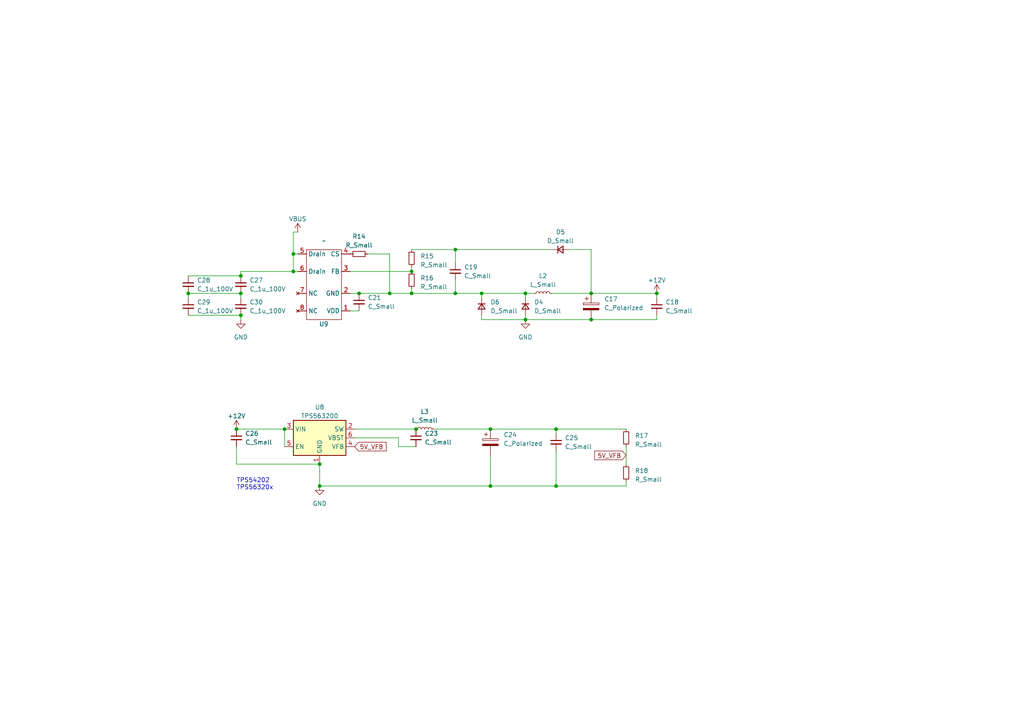
<source format=kicad_sch>
(kicad_sch (version 20230121) (generator eeschema)
  (paper "A4")
  (lib_symbols
    (symbol "Device:C_Polarized" (pin_numbers hide) (pin_names (offset 0.254))
      (property "Reference" "C" (at 0.635 2.54 0))
      (property "Value" "C_Polarized" (at 0.635 -2.54 0))
      (symbol "C_Polarized_0_1"
        (rectangle (start -2.286 0.508) (end 2.286 1.016))
        (polyline (pts (xy -1.778 2.286) (xy -0.762 2.286)))
        (polyline (pts (xy -1.27 2.794) (xy -1.27 1.778)))
        (rectangle (start 2.286 -0.508) (end -2.286 -1.016) (fill (type outline)))
      )
      (symbol "C_Polarized_1_1"
        (pin passive line (at 0 3.81 270) (length 2.794) (name "~") (number "1"))
        (pin passive line (at 0 -3.81 90) (length 2.794) (name "~") (number "2"))
      )
    )
    (symbol "Device:C_Small" (pin_numbers hide) (pin_names (offset 0.254) hide)
      (property "Reference" "C" (at 0.254 1.778 0))
      (property "Value" "C_Small" (at 0.254 -2.032 0))
      (symbol "C_Small_0_1"
        (polyline (pts (xy -1.524 -0.508) (xy 1.524 -0.508)) (stroke (width 0.3302)))
        (polyline (pts (xy -1.524 0.508) (xy 1.524 0.508)) (stroke (width 0.3048)))
      )
      (symbol "C_Small_1_1"
        (pin passive line (at 0 2.54 270) (length 2.032) (name "~") (number "1"))
        (pin passive line (at 0 -2.54 90) (length 2.032) (name "~") (number "2"))
      )
    )
    (symbol "Device:D_Small" (pin_numbers hide) (pin_names (offset 0.254) hide)
      (property "Reference" "D" (at -1.27 2.032 0))
      (property "Value" "D_Small" (at -3.81 -2.032 0))
      (symbol "D_Small_0_1"
        (polyline (pts (xy -0.762 -1.016) (xy -0.762 1.016)) (stroke (width 0.254)))
        (polyline (pts (xy -0.762 0) (xy 0.762 0)))
        (polyline (pts (xy 0.762 -1.016) (xy -0.762 0) (xy 0.762 1.016) (xy 0.762 -1.016)) (stroke (width 0.254)))
      )
      (symbol "D_Small_1_1"
        (pin passive line (at -2.54 0 0) (length 1.778) (name "K") (number "1"))
        (pin passive line (at 2.54 0 180) (length 1.778) (name "A") (number "2"))
      )
    )
    (symbol "Device:L_Small" (pin_numbers hide) (pin_names (offset 0.254) hide)
      (property "Reference" "L" (at 0.762 1.016 0))
      (property "Value" "L_Small" (at 0.762 -1.016 0))
      (symbol "L_Small_0_1"
        (arc (start 0 -2.032) (mid 0.5058 -1.524) (end 0 -1.016))
        (arc (start 0 -1.016) (mid 0.5058 -0.508) (end 0 0))
        (arc (start 0 0) (mid 0.5058 0.508) (end 0 1.016))
        (arc (start 0 1.016) (mid 0.5058 1.524) (end 0 2.032))
      )
      (symbol "L_Small_1_1"
        (pin passive line (at 0 2.54 270) (length 0.508) (name "~") (number "1"))
        (pin passive line (at 0 -2.54 90) (length 0.508) (name "~") (number "2"))
      )
    )
    (symbol "Device:R_Small" (pin_numbers hide) (pin_names (offset 0.254) hide)
      (property "Reference" "R" (at 0.762 0.508 0))
      (property "Value" "R_Small" (at 0.762 -1.016 0))
      (symbol "R_Small_0_1"
        (rectangle (start -0.762 1.778) (end 0.762 -1.778) (stroke (width 0.2032)))
      )
      (symbol "R_Small_1_1"
        (pin passive line (at 0 2.54 270) (length 0.762) (name "~") (number "1"))
        (pin passive line (at 0 -2.54 90) (length 0.762) (name "~") (number "2"))
      )
    )
    (symbol "Regulator_Switching:TPS563200"
      (property "Reference" "U" (at -7.62 6.35 0))
      (property "Value" "TPS563200" (at -2.54 6.35 0))
      (symbol "TPS563200_0_1"
        (rectangle (start -7.62 5.08) (end 7.62 -5.08) (stroke (width 0.254)) (fill (type background)))
      )
      (symbol "TPS563200_1_1"
        (pin power_in line (at 0 -7.62 90) (length 2.54) (name "GND") (number "1"))
        (pin output line (at 10.16 2.54 180) (length 2.54) (name "SW") (number "2"))
        (pin power_in line (at -10.16 2.54 0) (length 2.54) (name "VIN") (number "3"))
        (pin input line (at 10.16 -2.54 180) (length 2.54) (name "VFB") (number "4"))
        (pin input line (at -10.16 -2.54 0) (length 2.54) (name "EN") (number "5"))
        (pin passive line (at 10.16 0 180) (length 2.54) (name "VBST") (number "6"))
      )
    )
    (symbol "U3212:U3212"
      (property "Reference" "U" (at 0 0 0))
      (symbol "U3212_0_1"
        (rectangle (start -5.08 22.86) (end 5.08 2.5791))
      )
      (symbol "U3212_1_1"
        (pin power_in line (at -7.62 20.32 0) (length 2.54) (name "VDD") (number "1"))
        (pin power_in line (at -7.62 15.24 0) (length 2.54) (name "GND") (number "2"))
        (pin input line (at -7.62 8.89 0) (length 2.54) (name "FB") (number "3"))
        (pin power_out line (at -7.62 3.81 0) (length 2.54) (name "CS") (number "4"))
        (pin power_in line (at 7.62 3.81 180) (length 2.54) (name "Drain") (number "5"))
        (pin power_in line (at 7.62 8.89 180) (length 2.54) (name "Drain") (number "6"))
        (pin no_connect line (at 7.62 15.24 180) (length 2.54) (name "NC") (number "7"))
        (pin no_connect line (at 7.62 20.32 180) (length 2.54) (name "NC") (number "8"))
      )
    )
    (symbol "power:+12V" (power) (pin_names (offset 0))
      (property "Value" "+12V" (at 0 3.556 0))
      (symbol "+12V_0_1"
        (polyline (pts (xy -0.762 1.27) (xy 0 2.54)))
        (polyline (pts (xy 0 0) (xy 0 2.54)))
        (polyline (pts (xy 0 2.54) (xy 0.762 1.27)))
      )
      (symbol "+12V_1_1"
        (pin power_in line (at 0 0 90) (length 0) hide (name "+12V") (number "1"))
      )
    )
    (symbol "power:GND" (power) (pin_names (offset 0))
      (property "Value" "GND" (at 0 -3.81 0))
      (symbol "GND_0_1"
        (polyline (pts (xy 0 0) (xy 0 -1.27) (xy 1.27 -1.27) (xy 0 -2.54) (xy -1.27 -1.27) (xy 0 -1.27)))
      )
      (symbol "GND_1_1"
        (pin power_in line (at 0 0 270) (length 0) hide (name "GND") (number "1"))
      )
    )
    (symbol "power:VBUS" (power) (pin_names (offset 0))
      (property "Value" "VBUS" (at 0 3.81 0))
      (symbol "VBUS_0_1"
        (polyline (pts (xy -0.762 1.27) (xy 0 2.54)))
        (polyline (pts (xy 0 0) (xy 0 2.54)))
        (polyline (pts (xy 0 2.54) (xy 0.762 1.27)))
      )
      (symbol "VBUS_1_1"
        (pin power_in line (at 0 0 90) (length 0) hide (name "VBUS") (number "1"))
      )
    )
  )
  (junction (at 69.85 91.44))
  (junction (at 69.85 85.09))
  (junction (at 132.08 85.09))
  (junction (at 132.08 72.39))
  (junction (at 171.45 92.71))
  (junction (at 92.71 134.62))
  (junction (at 139.7 85.09))
  (junction (at 82.55 124.46))
  (junction (at 152.4 85.09))
  (junction (at 69.85 80.01))
  (junction (at 119.38 85.09))
  (junction (at 119.38 78.74))
  (junction (at 152.4 92.71))
  (junction (at 92.71 140.97))
  (junction (at 120.65 124.46))
  (junction (at 85.09 73.66))
  (junction (at 113.03 85.09))
  (junction (at 161.29 140.97))
  (junction (at 54.61 85.09))
  (junction (at 161.29 124.46))
  (junction (at 142.24 140.97))
  (junction (at 190.5 85.09))
  (junction (at 171.45 85.09))
  (junction (at 68.58 124.46))
  (junction (at 104.14 85.09))
  (junction (at 85.09 78.74))
  (junction (at 142.24 124.46))
  (wire (pts (xy 69.85 91.44) (xy 69.85 92.71)))
  (wire (pts (xy 190.5 91.44) (xy 190.5 92.71)))
  (wire (pts (xy 181.61 129.54) (xy 181.61 134.62)))
  (wire (pts (xy 161.29 125.73) (xy 161.29 124.46)))
  (wire (pts (xy 69.85 86.36) (xy 69.85 85.09)))
  (wire (pts (xy 85.09 73.66) (xy 86.36 73.66)))
  (wire (pts (xy 139.7 92.71) (xy 152.4 92.71)))
  (wire (pts (xy 54.61 85.09) (xy 69.85 85.09)))
  (wire (pts (xy 115.57 129.54) (xy 115.57 127)))
  (wire (pts (xy 161.29 130.81) (xy 161.29 140.97)))
  (wire (pts (xy 101.6 78.74) (xy 119.38 78.74)))
  (wire (pts (xy 181.61 139.7) (xy 181.61 140.97)))
  (wire (pts (xy 119.38 85.09) (xy 132.08 85.09)))
  (wire (pts (xy 132.08 85.09) (xy 139.7 85.09)))
  (wire (pts (xy 132.08 72.39) (xy 132.08 76.2)))
  (wire (pts (xy 139.7 91.44) (xy 139.7 92.71)))
  (wire (pts (xy 160.02 85.09) (xy 171.45 85.09)))
  (wire (pts (xy 161.29 124.46) (xy 181.61 124.46)))
  (wire (pts (xy 54.61 80.01) (xy 69.85 80.01)))
  (wire (pts (xy 152.4 86.36) (xy 152.4 85.09)))
  (wire (pts (xy 115.57 127) (xy 102.87 127)))
  (wire (pts (xy 132.08 85.09) (xy 132.08 81.28)))
  (wire (pts (xy 152.4 92.71) (xy 171.45 92.71)))
  (wire (pts (xy 68.58 129.54) (xy 68.58 134.62)))
  (wire (pts (xy 142.24 132.08) (xy 142.24 140.97)))
  (wire (pts (xy 106.68 73.66) (xy 113.03 73.66)))
  (wire (pts (xy 152.4 85.09) (xy 154.94 85.09)))
  (wire (pts (xy 69.85 78.74) (xy 85.09 78.74)))
  (wire (pts (xy 68.58 124.46) (xy 82.55 124.46)))
  (wire (pts (xy 102.87 124.46) (xy 120.65 124.46)))
  (wire (pts (xy 85.09 78.74) (xy 86.36 78.74)))
  (wire (pts (xy 152.4 91.44) (xy 152.4 92.71)))
  (wire (pts (xy 82.55 124.46) (xy 82.55 129.54)))
  (wire (pts (xy 85.09 73.66) (xy 85.09 78.74)))
  (wire (pts (xy 68.58 134.62) (xy 92.71 134.62)))
  (wire (pts (xy 120.65 129.54) (xy 115.57 129.54)))
  (wire (pts (xy 119.38 77.47) (xy 119.38 78.74)))
  (wire (pts (xy 171.45 72.39) (xy 171.45 85.09)))
  (wire (pts (xy 125.73 124.46) (xy 142.24 124.46)))
  (wire (pts (xy 161.29 140.97) (xy 142.24 140.97)))
  (wire (pts (xy 160.02 72.39) (xy 132.08 72.39)))
  (wire (pts (xy 142.24 124.46) (xy 161.29 124.46)))
  (wire (pts (xy 119.38 72.39) (xy 132.08 72.39)))
  (wire (pts (xy 113.03 73.66) (xy 113.03 85.09)))
  (wire (pts (xy 104.14 85.09) (xy 101.6 85.09)))
  (wire (pts (xy 92.71 140.97) (xy 92.71 134.62)))
  (wire (pts (xy 190.5 92.71) (xy 171.45 92.71)))
  (wire (pts (xy 190.5 86.36) (xy 190.5 85.09)))
  (wire (pts (xy 104.14 85.09) (xy 113.03 85.09)))
  (wire (pts (xy 85.09 67.31) (xy 85.09 73.66)))
  (wire (pts (xy 113.03 85.09) (xy 119.38 85.09)))
  (wire (pts (xy 85.09 67.31) (xy 86.36 67.31)))
  (wire (pts (xy 54.61 91.44) (xy 69.85 91.44)))
  (wire (pts (xy 142.24 140.97) (xy 92.71 140.97)))
  (wire (pts (xy 139.7 85.09) (xy 139.7 86.36)))
  (wire (pts (xy 101.6 90.17) (xy 104.14 90.17)))
  (wire (pts (xy 139.7 85.09) (xy 152.4 85.09)))
  (wire (pts (xy 119.38 83.82) (xy 119.38 85.09)))
  (wire (pts (xy 69.85 80.01) (xy 69.85 78.74)))
  (wire (pts (xy 171.45 85.09) (xy 190.5 85.09)))
  (wire (pts (xy 181.61 140.97) (xy 161.29 140.97)))
  (wire (pts (xy 54.61 86.36) (xy 54.61 85.09)))
  (wire (pts (xy 165.1 72.39) (xy 171.45 72.39)))
  (text "TPS54202\nTPS56320x" (at 68.58 142.24 0) (effects (font (size 1.27 1.27)) (justify left bottom)))
  (global_label "5V_VFB" (shape input) (at 102.87 129.54 0) (property "Intersheetrefs" "${INTERSHEET_REFS}" (effects hide)))
  (global_label "5V_VFB" (shape input) (at 181.61 132.08 180) (property "Intersheetrefs" "${INTERSHEET_REFS}" (effects hide)))
  (symbol (lib_id "Device:C_Small") (at 69.85 82.55 0) (unit 1)
    (property "Reference" "C27" (at 72.39 81.2862 0) (effects (justify left)))
    (property "Value" "C_1u_100V" (at 72.39 83.8262 0) (effects (justify left)))
    (property "Footprint" "Capacitor_SMD:C_0805_2012Metric" (effects hide))
    (property "LCSC" "C385977" (effects hide))
  )
  (symbol (lib_id "Device:C_Polarized") (at 171.45 88.9 0) (unit 1)
    (property "Reference" "C17" (at 175.26 86.7409 0) (effects (justify left)))
    (property "Value" "C_Polarized" (at 175.26 89.2809 0) (effects (justify left)))
    (property "Footprint" "Capacitor_THT:CP_Radial_D8.0mm_P3.50mm" (effects hide))
    (property "LCSC" "C107396" (effects hide))
  )
  (symbol (lib_id "Device:R_Small") (at 181.61 137.16 0) (unit 1)
    (property "Reference" "R18" (at 184.15 136.525 0) (effects (justify left)))
    (property "Value" "R_Small" (at 184.15 139.065 0) (effects (justify left)))
    (property "Footprint" "Resistor_SMD:R_0603_1608Metric" (effects hide))
  )
  (symbol (lib_id "Device:R_Small") (at 104.14 73.66 90) (unit 1)
    (property "Reference" "R14" (at 104.14 68.58 90))
    (property "Value" "R_Small" (at 104.14 71.12 90))
    (property "Footprint" "Resistor_SMD:R_1206_3216Metric" (effects hide))
  )
  (symbol (lib_id "Device:C_Small") (at 68.58 127 0) (unit 1)
    (property "Reference" "C26" (at 71.12 125.7362 0) (effects (justify left)))
    (property "Value" "C_Small" (at 71.12 128.2762 0) (effects (justify left)))
    (property "Footprint" "Capacitor_SMD:C_0603_1608Metric" (effects hide))
    (property "LCSC" "C52923" (effects hide))
  )
  (symbol (lib_id "Device:C_Small") (at 132.08 78.74 0) (unit 1)
    (property "Reference" "C19" (at 134.62 77.4762 0) (effects (justify left)))
    (property "Value" "C_Small" (at 134.62 80.0162 0) (effects (justify left)))
    (property "Footprint" "Capacitor_SMD:C_0603_1608Metric" (effects hide))
  )
  (symbol (lib_id "Device:C_Small") (at 190.5 88.9 0) (unit 1)
    (property "Reference" "C18" (at 193.04 87.6362 0) (effects (justify left)))
    (property "Value" "C_Small" (at 193.04 90.1762 0) (effects (justify left)))
    (property "Footprint" "Capacitor_SMD:C_0603_1608Metric" (effects hide))
  )
  (symbol (lib_id "power:GND") (at 69.85 92.71 0) (unit 1)
    (property "Reference" "#PWR0109" (effects hide))
    (property "Value" "GND" (at 69.85 97.79 0))
    (instances (project "J-Display" (path "" (reference "#PWR0109") (unit 1)) (path "" (reference "#PWR034") (unit 1))))
  )
  (symbol (lib_id "Device:C_Small") (at 54.61 88.9 0) (unit 1)
    (property "Reference" "C29" (at 57.15 87.6362 0) (effects (justify left)))
    (property "Value" "C_1u_100V" (at 57.15 90.1762 0) (effects (justify left)))
    (property "Footprint" "Capacitor_SMD:C_0805_2012Metric" (effects hide))
    (property "LCSC" "C385977" (effects hide))
  )
  (symbol (lib_id "Device:C_Polarized") (at 142.24 128.27 0) (unit 1)
    (property "Reference" "C24" (at 146.05 126.1109 0) (effects (justify left)))
    (property "Value" "C_Polarized" (at 146.05 128.6509 0) (effects (justify left)))
    (property "Footprint" "Capacitor_Tantalum_SMD:CP_EIA-3528-21_Kemet-B" (effects hide))
    (property "LCSC" "C16133" (effects hide))
  )
  (symbol (lib_id "Device:D_Small") (at 152.4 88.9 270) (unit 1)
    (property "Reference" "D4" (at 154.94 87.6299 90) (effects (justify left)))
    (property "Value" "D_Small" (at 154.94 90.1699 90) (effects (justify left)))
    (property "Footprint" "Diode_SMD:D_SMA" (effects hide))
  )
  (symbol (lib_id "Regulator_Switching:TPS563200") (at 92.71 127 0) (unit 1)
    (property "Reference" "U8" (at 92.71 118.11 0))
    (property "Value" "TPS563200" (at 92.71 120.65 0))
    (property "Footprint" "Package_TO_SOT_SMD:SOT-23-6" (effects hide))
    (property "Datasheet" "http://www.ti.com/lit/ds/symlink/tps563200.pdf" (effects hide))
  )
  (symbol (lib_id "Device:D_Small") (at 139.7 88.9 270) (unit 1)
    (property "Reference" "D6" (at 142.24 87.6299 90) (effects (justify left)))
    (property "Value" "D_Small" (at 142.24 90.1699 90) (effects (justify left)))
    (property "Footprint" "Diode_SMD:D_SMA" (effects hide))
  )
  (symbol (lib_id "Device:C_Small") (at 54.61 82.55 0) (unit 1)
    (property "Reference" "C28" (at 57.15 81.2862 0) (effects (justify left)))
    (property "Value" "C_1u_100V" (at 57.15 83.8262 0) (effects (justify left)))
    (property "Footprint" "Capacitor_SMD:C_0805_2012Metric" (effects hide))
    (property "LCSC" "C385977" (effects hide))
  )
  (symbol (lib_id "Device:R_Small") (at 119.38 81.28 0) (unit 1)
    (property "Reference" "R16" (at 121.92 80.645 0) (effects (justify left)))
    (property "Value" "R_Small" (at 121.92 83.185 0) (effects (justify left)))
    (property "Footprint" "Resistor_SMD:R_0603_1608Metric" (effects hide))
  )
  (symbol (lib_id "power:GND") (at 92.71 140.97 0) (unit 1)
    (property "Reference" "#PWR0109" (effects hide))
    (property "Value" "GND" (at 92.71 146.05 0))
    (instances (project "J-Display" (path "" (reference "#PWR0109") (unit 1)) (path "" (reference "#PWR032") (unit 1))))
  )
  (symbol (lib_id "Device:L_Small") (at 123.19 124.46 90) (unit 1)
    (property "Reference" "L3" (at 123.19 119.38 90))
    (property "Value" "L_Small" (at 123.19 121.92 90))
    (property "Footprint" "Inductor_SMD:L_Sunlord_MWSA0624S" (effects hide))
    (property "LCSC" "C408531" (effects hide))
  )
  (symbol (lib_id "Device:R_Small") (at 119.38 74.93 0) (unit 1)
    (property "Reference" "R15" (at 121.92 74.295 0) (effects (justify left)))
    (property "Value" "R_Small" (at 121.92 76.835 0) (effects (justify left)))
    (property "Footprint" "Resistor_SMD:R_0603_1608Metric" (effects hide))
  )
  (symbol (lib_id "power:GND") (at 152.4 92.71 0) (unit 1)
    (property "Reference" "#PWR0109" (effects hide))
    (property "Value" "GND" (at 152.4 97.79 0))
    (instances (project "J-Display" (path "" (reference "#PWR0109") (unit 1)) (path "" (reference "#PWR024") (unit 1))))
  )
  (symbol (lib_id "power:+12V") (at 68.58 124.46 0) (unit 1)
    (property "Reference" "#PWR033" (effects hide))
    (property "Value" "+12V" (at 68.58 120.65 0))
  )
  (symbol (lib_id "Device:R_Small") (at 181.61 127 0) (unit 1)
    (property "Reference" "R17" (at 184.15 126.365 0) (effects (justify left)))
    (property "Value" "R_Small" (at 184.15 128.905 0) (effects (justify left)))
    (property "Footprint" "Resistor_SMD:R_0603_1608Metric" (effects hide))
  )
  (symbol (lib_id "power:VBUS") (at 86.36 67.31 0) (unit 1)
    (property "Reference" "#PWR031" (effects hide))
    (property "Value" "VBUS" (at 86.36 63.5 0))
  )
  (symbol (lib_id "power:+12V") (at 190.5 85.09 0) (unit 1)
    (property "Reference" "#PWR025" (effects hide))
    (property "Value" "+12V" (at 190.5 81.28 0))
  )
  (symbol (lib_id "Device:C_Small") (at 69.85 88.9 0) (unit 1)
    (property "Reference" "C30" (at 72.39 87.6362 0) (effects (justify left)))
    (property "Value" "C_1u_100V" (at 72.39 90.1762 0) (effects (justify left)))
    (property "Footprint" "Capacitor_SMD:C_0805_2012Metric" (effects hide))
    (property "LCSC" "C385977" (effects hide))
  )
  (symbol (lib_id "Device:C_Small") (at 104.14 87.63 0) (unit 1)
    (property "Reference" "C21" (at 106.68 86.3662 0) (effects (justify left)))
    (property "Value" "C_Small" (at 106.68 88.9062 0) (effects (justify left)))
    (property "Footprint" "Capacitor_SMD:C_0603_1608Metric" (effects hide))
  )
  (symbol (lib_id "Device:C_Small") (at 120.65 127 0) (unit 1)
    (property "Reference" "C23" (at 123.19 125.7362 0) (effects (justify left)))
    (property "Value" "C_Small" (at 123.19 128.2762 0) (effects (justify left)))
    (property "Footprint" "Capacitor_SMD:C_0402_1005Metric" (effects hide))
  )
  (symbol (lib_id "Device:D_Small") (at 162.56 72.39 0) (unit 1)
    (property "Reference" "D5" (at 162.56 67.31 0))
    (property "Value" "D_Small" (at 162.56 69.85 0))
    (property "Footprint" "Diode_SMD:D_SMA" (effects hide))
  )
  (symbol (lib_id "U3212:U3212") (at 93.98 69.85 180) (unit 1)
    (property "Reference" "U9" (at 93.9106 93.98 0))
    (property "Value" "~" (at 93.98 69.85 0))
    (property "Footprint" "Package_SO:SO-8_3.9x4.9mm_P1.27mm" (effects hide))
  )
  (symbol (lib_id "Device:L_Small") (at 157.48 85.09 90) (unit 1)
    (property "Reference" "L2" (at 157.48 80.01 90))
    (property "Value" "L_Small" (at 157.48 82.55 90))
    (property "Footprint" "Inductor_SMD:L_Sunlord_MWSA1206S-470" (effects hide))
    (property "LCSC" "C408531" (effects hide))
  )
  (symbol (lib_id "Device:C_Small") (at 161.29 128.27 0) (unit 1)
    (property "Reference" "C25" (at 163.83 127.0062 0) (effects (justify left)))
    (property "Value" "C_Small" (at 163.83 129.5462 0) (effects (justify left)))
    (property "Footprint" "Capacitor_SMD:C_0603_1608Metric" (effects hide))
  )
)
</source>
